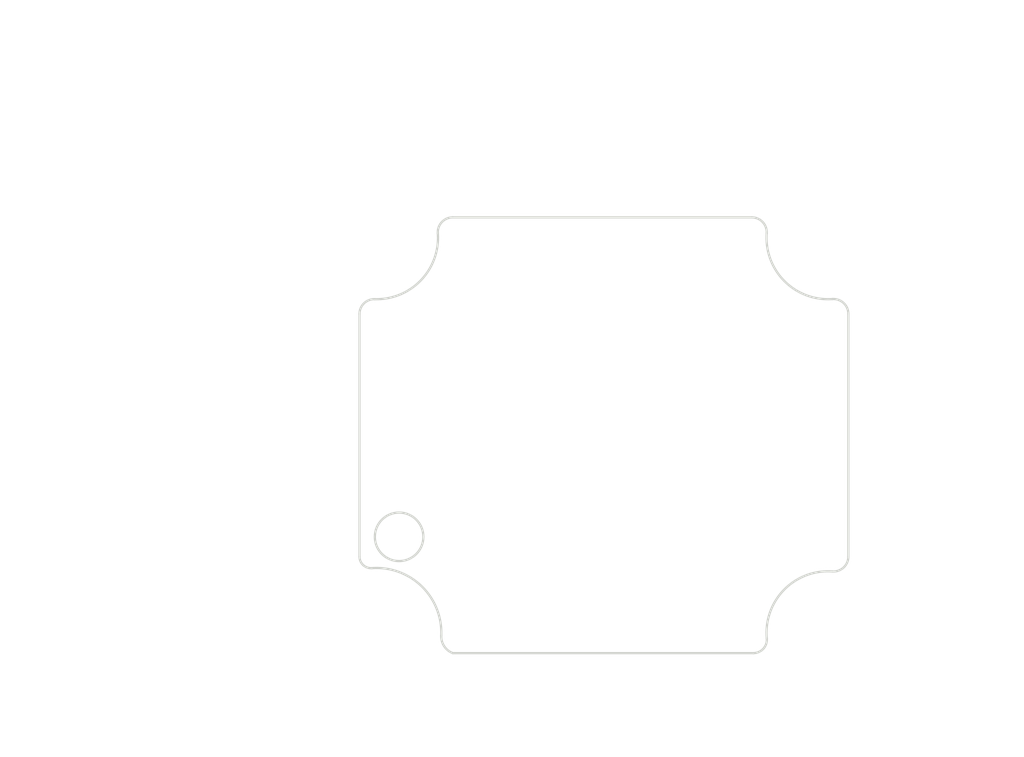
<source format=kicad_pcb>
(kicad_pcb (version 20221018) (generator pcbnew)

  (general
    (thickness 1.6)
  )

  (paper "A4")
  (layers
    (0 "F.Cu" signal)
    (31 "B.Cu" signal)
    (32 "B.Adhes" user "B.Adhesive")
    (33 "F.Adhes" user "F.Adhesive")
    (34 "B.Paste" user)
    (35 "F.Paste" user)
    (36 "B.SilkS" user "B.Silkscreen")
    (37 "F.SilkS" user "F.Silkscreen")
    (38 "B.Mask" user)
    (39 "F.Mask" user)
    (40 "Dwgs.User" user "User.Drawings")
    (41 "Cmts.User" user "User.Comments")
    (42 "Eco1.User" user "User.Eco1")
    (43 "Eco2.User" user "User.Eco2")
    (44 "Edge.Cuts" user)
    (45 "Margin" user)
    (46 "B.CrtYd" user "B.Courtyard")
    (47 "F.CrtYd" user "F.Courtyard")
    (48 "B.Fab" user)
    (49 "F.Fab" user)
  )

  (setup
    (pad_to_mask_clearance 0.051)
    (solder_mask_min_width 0.25)
    (pcbplotparams
      (layerselection 0x00010fc_ffffffff)
      (plot_on_all_layers_selection 0x0000000_00000000)
      (disableapertmacros false)
      (usegerberextensions false)
      (usegerberattributes false)
      (usegerberadvancedattributes false)
      (creategerberjobfile false)
      (dashed_line_dash_ratio 12.000000)
      (dashed_line_gap_ratio 3.000000)
      (svgprecision 4)
      (plotframeref false)
      (viasonmask false)
      (mode 1)
      (useauxorigin false)
      (hpglpennumber 1)
      (hpglpenspeed 20)
      (hpglpendiameter 15.000000)
      (dxfpolygonmode true)
      (dxfimperialunits true)
      (dxfusepcbnewfont true)
      (psnegative false)
      (psa4output false)
      (plotreference true)
      (plotvalue true)
      (plotinvisibletext false)
      (sketchpadsonfab false)
      (subtractmaskfromsilk false)
      (outputformat 1)
      (mirror false)
      (drillshape 1)
      (scaleselection 1)
      (outputdirectory "")
    )
  )

  (net 0 "")

  (gr_line (start 113.645574 111.613695) (end 113.645574 105.263391)
    (stroke (width 0.2) (type solid)) (layer "Dwgs.User") (tstamp 028ba710-4089-43ba-b2a4-4c9909528961))
  (gr_line (start 141.558595 82.549497) (end 103.298496 82.549497)
    (stroke (width 0.2) (type solid)) (layer "Dwgs.User") (tstamp 03a5a225-6195-41cc-824e-015339991359))
  (gr_line (start 134.298901 113.604001) (end 134.298901 129.613964)
    (stroke (width 0.2) (type solid)) (layer "Dwgs.User") (tstamp 0588c590-c5a8-4326-9485-3154b003136c))
  (gr_line (start 113.645574 91.797057) (end 113.645574 98.14736)
    (stroke (width 0.2) (type solid)) (layer "Dwgs.User") (tstamp 1508e6ea-723a-4178-8d8c-9d297b0ababc))
  (gr_line (start 106.473496 119.158504) (end 106.473496 105.412016)
    (stroke (width 0.2) (type solid)) (layer "Dwgs.User") (tstamp 1a9bb44e-d160-48dc-8901-d3667cfb68ac))
  (gr_line (start 137.808595 111.854001) (end 137.808595 129.613964)
    (stroke (width 0.2) (type solid)) (layer "Dwgs.User") (tstamp 306ab81a-14d9-45d9-9565-491ffd8b0032))
  (gr_line (start 141.240218 82.965532) (end 141.240218 75.186488)
    (stroke (width 0.2) (type solid)) (layer "Dwgs.User") (tstamp 3a9df0eb-334e-4d86-8d10-d9e42c20abc2))
  (gr_line (start 168.376972 78.361488) (end 159.852626 78.361488)
    (stroke (width 0.2) (type solid)) (layer "Dwgs.User") (tstamp 45ca8b55-2494-49e9-859c-9dc07e43b134))
  (gr_line (start 175.613098 66.565156) (end 159.839424 66.565156)
    (stroke (width 0.2) (type solid)) (layer "Dwgs.User") (tstamp 4d5380b4-3c66-44e5-a9d6-1a7c6a5fff5e))
  (gr_line (start 161.517353 112.854) (end 161.517353 119.158504)
    (stroke (width 0.2) (type solid)) (layer "Dwgs.User") (tstamp 50a1d425-16e5-4751-bffb-18a0f83ea4ab))
  (gr_line (start 182.224095 114.843181) (end 179.399113 113.776954)
    (stroke (width 0.2) (type solid)) (layer "Dwgs.User") (tstamp 5744d97f-ffd0-459b-8db0-4ea33ebcecf3))
  (gr_line (start 134.808595 113.613695) (end 110.470574 113.613695)
    (stroke (width 0.2) (type solid)) (layer "Dwgs.User") (tstamp 5a73bda5-9581-4b43-89fb-1e279cc2396c))
  (gr_line (start 180.209694 122.483493) (end 178.209694 122.483493)
    (stroke (width 0.2) (type solid)) (layer "Dwgs.User") (tstamp 61ba3833-2d4d-42da-9fcd-38990ebe8529))
  (gr_line (start 138.808595 110.854) (end 164.692353 110.854)
    (stroke (width 0.2) (type solid)) (layer "Dwgs.User") (tstamp 6572317b-7044-4b6e-b430-db5306ef6968))
  (gr_line (start 141.558595 121.158504) (end 103.298496 121.158504)
    (stroke (width 0.2) (type solid)) (layer "Dwgs.User") (tstamp 67d6f6dc-2d9c-43ea-ab47-8bbc43629f6a))
  (gr_line (start 134.298901 90.104) (end 134.298901 63.390156)
    (stroke (width 0.2) (type solid)) (layer "Dwgs.User") (tstamp 6c10db44-29d9-449c-a921-8cd9b7c1064b))
  (gr_line (start 131.710073 105.860696) (end 134.597602 108.224927)
    (stroke (width 0.2) (type solid)) (layer "Dwgs.User") (tstamp 76847b0d-8652-4cac-8ef5-ed7a711bae32))
  (gr_line (start 137.808595 110.944) (end 137.808595 110.764)
    (stroke (width 0.2) (type solid)) (layer "Dwgs.User") (tstamp 869a5702-26e6-43ad-9cab-bdaba4d8e090))
  (gr_line (start 129.710073 105.860696) (end 131.710073 105.860696)
    (stroke (width 0.2) (type solid)) (layer "Dwgs.User") (tstamp 90e84b7b-ff1d-4c9d-9bfb-f5a546ea13da))
  (gr_line (start 136.298901 66.565156) (end 152.072575 66.565156)
    (stroke (width 0.2) (type solid)) (layer "Dwgs.User") (tstamp 97292b16-a5ce-4c13-b742-7ba0e0c451be))
  (gr_line (start 170.376972 82.965532) (end 170.376972 75.186488)
    (stroke (width 0.2) (type solid)) (layer "Dwgs.User") (tstamp b74d212e-f874-461a-8e75-4664e0a08322))
  (gr_line (start 134.645574 89.797057) (end 110.470574 89.797057)
    (stroke (width 0.2) (type solid)) (layer "Dwgs.User") (tstamp b8bddf68-a51f-42be-8ae8-faa398661ace))
  (gr_line (start 161.517353 127.130836) (end 159.517353 127.130836)
    (stroke (width 0.2) (type solid)) (layer "Dwgs.User") (tstamp ba354e8d-45b3-4469-a9dd-b058e901563f))
  (gr_line (start 184.224095 114.843181) (end 182.224095 114.843181)
    (stroke (width 0.2) (type solid)) (layer "Dwgs.User") (tstamp bf21b13b-f90c-4de4-b4e2-c91e03737a71))
  (gr_line (start 161.517353 121.158504) (end 161.517353 127.130836)
    (stroke (width 0.2) (type solid)) (layer "Dwgs.User") (tstamp dbe9ceb3-1b8e-4b9c-bebe-a36c4fb680ad))
  (gr_line (start 106.473496 84.549497) (end 106.473496 98.295985)
    (stroke (width 0.2) (type solid)) (layer "Dwgs.User") (tstamp ea76bf9a-3fba-4d69-acdc-d750a60d335b))
  (gr_line (start 132.298901 126.438964) (end 130.298901 126.438964)
    (stroke (width 0.2) (type solid)) (layer "Dwgs.User") (tstamp ed805c9e-2d81-450e-8eef-c6b7ee94877b))
  (gr_line (start 139.808595 126.438964) (end 141.808595 126.438964)
    (stroke (width 0.2) (type solid)) (layer "Dwgs.User") (tstamp f2c27e7e-919a-4cce-9983-c26c373732b5))
  (gr_line (start 177.613098 90.104) (end 177.613098 63.390156)
    (stroke (width 0.2) (type solid)) (layer "Dwgs.User") (tstamp f530288c-46bb-41c7-8a0e-b7f623a57bd8))
  (gr_line (start 143.240218 78.361488) (end 151.764563 78.361488)
    (stroke (width 0.2) (type solid)) (layer "Dwgs.User") (tstamp fb074434-736a-493c-8d8f-76c600c0f931))
  (gr_line (start 178.209694 122.483493) (end 173.711244 116.620401)
    (stroke (width 0.2) (type solid)) (layer "Dwgs.User") (tstamp fe3175ed-36ef-444d-a6c1-2b898174cd7c))
  (gr_line (start 137.718595 110.854) (end 137.898595 110.854)
    (stroke (width 0.2) (type solid)) (layer "Dwgs.User") (tstamp ff252dbd-a4fe-4912-a022-2466b4e35e56))
  (gr_arc (start 135.399095 113.628321) (mid 139.810725 115.2389) (end 141.543454 119.604)
    (stroke (width 0.2) (type solid)) (layer "Edge.Cuts") (tstamp 1bc29e7e-3194-4400-ad0b-5c3d14ff7d7a))
  (gr_arc (start 141.240218 83.965532) (mid 141.591218 82.970581) (end 142.558595 82.549497)
    (stroke (width 0.2) (type solid)) (layer "Edge.Cuts") (tstamp 20edef09-6661-4f50-9375-6971ffcbe500))
  (gr_line (start 134.298901 91.104) (end 134.298901 112.604001)
    (stroke (width 0.2) (type solid)) (layer "Edge.Cuts") (tstamp 283c353b-f37e-4738-bcc7-40f095418f84))
  (gr_arc (start 169.058595 82.549498) (mid 170.025971 82.970581) (end 170.376972 83.965532)
    (stroke (width 0.2) (type solid)) (layer "Edge.Cuts") (tstamp 39437ddf-d690-4f8d-aa8f-b4dd021f1d21))
  (gr_arc (start 135.399095 113.628319) (mid 134.626063 113.355608) (end 134.298901 112.604)
    (stroke (width 0.2) (type solid)) (layer "Edge.Cuts") (tstamp 3a97e56e-8c32-4c3b-91d1-31843fe7f3af))
  (gr_arc (start 176.197064 89.785624) (mid 177.192015 90.136624) (end 177.613098 91.104)
    (stroke (width 0.2) (type solid)) (layer "Edge.Cuts") (tstamp 3c6e0ff5-5071-406e-8d1d-72a76064b45b))
  (gr_line (start 142.558595 121.158504) (end 169.196351 121.158504)
    (stroke (width 0.2) (type solid)) (layer "Edge.Cuts") (tstamp 40d9a54e-19e7-4f8b-a7dc-78f0fcf4b27f))
  (gr_line (start 169.058595 82.549497) (end 142.558595 82.549497)
    (stroke (width 0.2) (type solid)) (layer "Edge.Cuts") (tstamp 6e740bad-1daa-4b91-b957-eff089afcd00))
  (gr_line (start 177.613098 112.604001) (end 177.613098 91.104)
    (stroke (width 0.2) (type solid)) (layer "Edge.Cuts") (tstamp 7c679571-6977-4093-9e5a-627e4077a237))
  (gr_arc (start 177.613099 112.604002) (mid 177.192015 113.571379) (end 176.197063 113.922378)
    (stroke (width 0.2) (type solid)) (layer "Edge.Cuts") (tstamp 8d065038-8dec-453f-bad1-b572a14ffb57))
  (gr_arc (start 142.558594 121.158504) (mid 141.801162 120.54442) (end 141.543454 119.604)
    (stroke (width 0.2) (type solid)) (layer "Edge.Cuts") (tstamp 9c4167d0-cbcd-4514-8e18-424a8b5f2d1f))
  (gr_arc (start 141.240219 83.965532) (mid 139.738126 88.123911) (end 135.645574 89.797057)
    (stroke (width 0.2) (type solid)) (layer "Edge.Cuts") (tstamp a83ba4e5-62e9-495f-a9d5-5d6807b3c26b))
  (gr_arc (start 170.386102 119.854002) (mid 171.918686 115.543222) (end 176.197063 113.922378)
    (stroke (width 0.2) (type solid)) (layer "Edge.Cuts") (tstamp b5d0b2fb-cc26-40c6-a43c-8a052f84e0cc))
  (gr_arc (start 134.298902 91.104) (mid 134.695813 90.1657) (end 135.645574 89.797057)
    (stroke (width 0.2) (type solid)) (layer "Edge.Cuts") (tstamp c01fe352-9b3c-400c-91f4-39ff3b349a51))
  (gr_circle (center 137.808595 110.854001) (end 139.958595 110.854001)
    (stroke (width 0.2) (type solid)) (fill none) (layer "Edge.Cuts") (tstamp c77ce55d-2785-4b1c-895c-0968e7d0b284))
  (gr_arc (start 176.197064 89.785623) (mid 171.958048 88.204548) (end 170.376972 83.965532)
    (stroke (width 0.2) (type solid)) (layer "Edge.Cuts") (tstamp e3335626-b453-4e37-91af-a8c0e9f94edf))
  (gr_arc (start 170.386102 119.854001) (mid 170.079136 120.768836) (end 169.196351 121.158504)
    (stroke (width 0.2) (type solid)) (layer "Edge.Cuts") (tstamp f2263d6c-9bd1-496a-a0ce-747dd223bf6e))
  (gr_text "[.41]" (at 155.472741 129.020297) (layer "Dwgs.User") (tstamp 30a9d1f8-baf2-48e2-875d-a971ad4d01c6)
    (effects (font (size 1.7 1.53) (thickness 0.2125)))
  )
  (gr_text " 23.82" (at 113.645574 100.036822) (layer "Dwgs.User") (tstamp 3b2b829b-0af8-46e2-8d79-26db85dfc0aa)
    (effects (font (size 1.7 1.53) (thickness 0.2125)))
  )
  (gr_text " R5.45" (at 184.680465 120.818998) (layer "Dwgs.User") (tstamp 3dbfa24f-4751-4ba5-9d84-4333e216d097)
    (effects (font (size 1.7 1.53) (thickness 0.2125)))
  )
  (gr_text " R1.32" (at 188.694866 113.174627) (layer "Dwgs.User") (tstamp 4abd0ddc-4485-411b-8ac9-290569cc319d)
    (effects (font (size 1.7 1.53) (thickness 0.2125)))
  )
  (gr_text "[1.15]" (at 155.808595 80.250949) (layer "Dwgs.User") (tstamp 650c34a2-8800-4f35-92a4-8d90126442ea)
    (effects (font (size 1.7 1.53) (thickness 0.2125)))
  )
  (gr_text "[.14]" (at 145.031617 128.328425) (layer "Dwgs.User") (tstamp 6b026eb4-5fc7-441e-9489-7100b27e94a2)
    (effects (font (size 1.7 1.53) (thickness 0.2125)))
  )
  (gr_text " 29.14" (at 155.808595 76.693514) (layer "Dwgs.User") (tstamp 762084c6-f168-4fee-8b30-d2d1fbf7e087)
    (effects (font (size 1.7 1.53) (thickness 0.2125)))
  )
  (gr_text "[1.71]" (at 155.956 68.454617) (layer "Dwgs.User") (tstamp 8de438e3-d255-4a36-b2df-929f5836790d)
    (effects (font (size 1.7 1.53) (thickness 0.2125)))
  )
  (gr_text " ∅4.30\n[∅0.17]" (at 125.173204 105.860696) (layer "Dwgs.User") (tstamp 9c38d39c-aadb-494b-84b3-1deb274dc693)
    (effects (font (size 1.7 1.53) (thickness 0.2125)))
  )
  (gr_text "[R0.21]" (at 184.680465 124.372955) (layer "Dwgs.User") (tstamp a2cdee85-6e1e-443f-982a-462e64cedbb6)
    (effects (font (size 1.7 1.53) (thickness 0.2125)))
  )
  (gr_text "[R0.05]" (at 188.694866 116.732642) (layer "Dwgs.User") (tstamp c816b16b-2df2-41ee-b5f3-1d6b872215ae)
    (effects (font (size 1.7 1.53) (thickness 0.2125)))
  )
  (gr_text " 38.61" (at 106.473496 100.185447) (layer "Dwgs.User") (tstamp cb70a8ca-2cf7-4f0d-a724-f6c2d041ad87)
    (effects (font (size 1.7 1.53) (thickness 0.2125)))
  )
  (gr_text " 10.30" (at 155.472741 125.462282) (layer "Dwgs.User") (tstamp ce93b1b1-456b-4215-9d49-ce2e3e950f7a)
    (effects (font (size 1.7 1.53) (thickness 0.2125)))
  )
  (gr_text " 3.51" (at 145.031617 124.77041) (layer "Dwgs.User") (tstamp d67615d5-e299-4daa-b8e1-a19a62d2efe6)
    (effects (font (size 1.7 1.53) (thickness 0.2125)))
  )
  (gr_text " 43.31" (at 155.956 64.896602) (layer "Dwgs.User") (tstamp d6ba4ced-9947-4446-8789-ce9fc9ca62e5)
    (effects (font (size 1.7 1.53) (thickness 0.2125)))
  )
  (gr_text "[.94]" (at 113.645574 103.594837) (layer "Dwgs.User") (tstamp dc0c790d-84ab-44a5-9e29-bfb8790dd7d0)
    (effects (font (size 1.7 1.53) (thickness 0.2125)))
  )
  (gr_text "[1.52]" (at 106.473496 103.743462) (layer "Dwgs.User") (tstamp edf44567-08b5-4b5a-bc92-a008d9a7d8ad)
    (effects (font (size 1.7 1.53) (thickness 0.2125)))
  )

)

</source>
